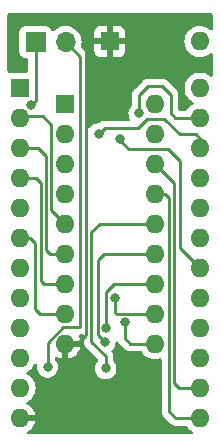
<source format=gbr>
%TF.GenerationSoftware,KiCad,Pcbnew,7.0.6*%
%TF.CreationDate,2023-09-04T21:12:20+01:00*%
%TF.ProjectId,TRSG3Mod,54525347-334d-46f6-942e-6b696361645f,rev?*%
%TF.SameCoordinates,Original*%
%TF.FileFunction,Copper,L2,Bot*%
%TF.FilePolarity,Positive*%
%FSLAX46Y46*%
G04 Gerber Fmt 4.6, Leading zero omitted, Abs format (unit mm)*
G04 Created by KiCad (PCBNEW 7.0.6) date 2023-09-04 21:12:20*
%MOMM*%
%LPD*%
G01*
G04 APERTURE LIST*
%TA.AperFunction,ComponentPad*%
%ADD10R,1.600000X1.600000*%
%TD*%
%TA.AperFunction,ComponentPad*%
%ADD11O,1.600000X1.600000*%
%TD*%
%TA.AperFunction,ComponentPad*%
%ADD12R,1.700000X1.700000*%
%TD*%
%TA.AperFunction,ComponentPad*%
%ADD13O,1.700000X1.700000*%
%TD*%
%TA.AperFunction,ViaPad*%
%ADD14C,0.800000*%
%TD*%
%TA.AperFunction,Conductor*%
%ADD15C,0.250000*%
%TD*%
%TA.AperFunction,Conductor*%
%ADD16C,0.381000*%
%TD*%
G04 APERTURE END LIST*
D10*
%TO.P,J1,1,Pin_1*%
%TO.N,/I6*%
X111793750Y-58050000D03*
D11*
%TO.P,J1,2,Pin_2*%
%TO.N,/I5*%
X111793750Y-60590000D03*
%TO.P,J1,3,Pin_3*%
%TO.N,/I4*%
X111793750Y-63130000D03*
%TO.P,J1,4,Pin_4*%
%TO.N,/I3*%
X111793750Y-65670000D03*
%TO.P,J1,5,Pin_5*%
%TO.N,/I2*%
X111793750Y-68210000D03*
%TO.P,J1,6,Pin_6*%
%TO.N,/I1*%
X111793750Y-70750000D03*
%TO.P,J1,7,Pin_7*%
%TO.N,/I0*%
X111793750Y-73290000D03*
%TO.P,J1,8,Pin_8*%
%TO.N,RS3*%
X111793750Y-75830000D03*
%TO.P,J1,9,Pin_9*%
%TO.N,GND*%
X111793750Y-78370000D03*
%TO.P,J1,10,Pin_10*%
%TO.N,RS2*%
X119413750Y-78370000D03*
%TO.P,J1,11,Pin_11*%
%TO.N,RS1*%
X119413750Y-75830000D03*
%TO.P,J1,12,Pin_12*%
%TO.N,/O0*%
X119413750Y-73290000D03*
%TO.P,J1,13,Pin_13*%
%TO.N,/O1*%
X119413750Y-70750000D03*
%TO.P,J1,14,Pin_14*%
%TO.N,/O2*%
X119413750Y-68210000D03*
%TO.P,J1,15,Pin_15*%
%TO.N,/O3*%
X119413750Y-65670000D03*
%TO.P,J1,16,Pin_16*%
%TO.N,/O4*%
X119413750Y-63130000D03*
%TO.P,J1,17,Pin_17*%
%TO.N,CS*%
X119413750Y-60590000D03*
%TO.P,J1,18,Pin_18*%
%TO.N,+5V*%
X119413750Y-58050000D03*
%TD*%
D10*
%TO.P,SW1,1*%
%TO.N,GND*%
X115575000Y-52775000D03*
D11*
%TO.P,SW1,2*%
%TO.N,Net-(U1-A11)*%
X123195000Y-52775000D03*
%TD*%
D12*
%TO.P,J2,1,Pin_1*%
%TO.N,Z12p11*%
X109285000Y-52825000D03*
D13*
%TO.P,J2,2,Pin_2*%
%TO.N,Z10p14*%
X111825000Y-52825000D03*
%TD*%
D10*
%TO.P,U1,1,A7*%
%TO.N,/I3*%
X107975000Y-56725000D03*
D11*
%TO.P,U1,2,A6*%
%TO.N,/I2*%
X107975000Y-59265000D03*
%TO.P,U1,3,A5*%
%TO.N,/I1*%
X107975000Y-61805000D03*
%TO.P,U1,4,A4*%
%TO.N,/I0*%
X107975000Y-64345000D03*
%TO.P,U1,5,A3*%
%TO.N,Z12p11*%
X107975000Y-66885000D03*
%TO.P,U1,6,A2*%
%TO.N,RS3*%
X107975000Y-69425000D03*
%TO.P,U1,7,A1*%
%TO.N,RS2*%
X107975000Y-71965000D03*
%TO.P,U1,8,A0*%
%TO.N,RS1*%
X107975000Y-74505000D03*
%TO.P,U1,9,D0*%
%TO.N,/O0*%
X107975000Y-77045000D03*
%TO.P,U1,10,D1*%
%TO.N,/O1*%
X107975000Y-79585000D03*
%TO.P,U1,11,D2*%
%TO.N,/O2*%
X107975000Y-82125000D03*
%TO.P,U1,12,GND*%
%TO.N,GND*%
X107975000Y-84665000D03*
%TO.P,U1,13,D3*%
%TO.N,/O3*%
X123215000Y-84665000D03*
%TO.P,U1,14,D4*%
%TO.N,/O4*%
X123215000Y-82125000D03*
%TO.P,U1,15,D5*%
%TO.N,Z10p14*%
X123215000Y-79585000D03*
%TO.P,U1,16,D6*%
%TO.N,unconnected-(U1-D6-Pad16)*%
X123215000Y-77045000D03*
%TO.P,U1,17,D7*%
%TO.N,unconnected-(U1-D7-Pad17)*%
X123215000Y-74505000D03*
%TO.P,U1,18,A11*%
%TO.N,Net-(U1-A11)*%
X123215000Y-71965000D03*
%TO.P,U1,19,A10*%
%TO.N,/I6*%
X123215000Y-69425000D03*
%TO.P,U1,20,~{OE}*%
%TO.N,CS*%
X123215000Y-66885000D03*
%TO.P,U1,21,VPP*%
%TO.N,+5V*%
X123215000Y-64345000D03*
%TO.P,U1,22,A9*%
%TO.N,/I5*%
X123215000Y-61805000D03*
%TO.P,U1,23,A8*%
%TO.N,/I4*%
X123215000Y-59265000D03*
%TO.P,U1,24,VCC*%
%TO.N,+5V*%
X123215000Y-56725000D03*
%TD*%
D14*
%TO.N,/I5*%
X114650000Y-60600000D03*
%TO.N,/I4*%
X118068250Y-58850530D03*
%TO.N,Net-(U1-A11)*%
X116475000Y-61000000D03*
%TO.N,Z10p14*%
X110300000Y-80350000D03*
%TO.N,Z12p11*%
X108925500Y-58150000D03*
%TO.N,RS2*%
X116825000Y-76554500D03*
%TO.N,RS1*%
X115998500Y-74505000D03*
%TO.N,/O0*%
X115274000Y-77025000D03*
%TO.N,/O1*%
X115150000Y-78225000D03*
%TO.N,/O2*%
X115225000Y-80450000D03*
%TD*%
D15*
%TO.N,Net-(U1-A11)*%
X117175000Y-61875000D02*
X120475000Y-61875000D01*
X120475000Y-61875000D02*
X121500000Y-62900000D01*
X121500000Y-70250000D02*
X123215000Y-71965000D01*
X116475000Y-61175000D02*
X117175000Y-61875000D01*
X121500000Y-62900000D02*
X121500000Y-70250000D01*
X116475000Y-61000000D02*
X116475000Y-61175000D01*
%TO.N,/I5*%
X122850000Y-60650000D02*
X123215000Y-61015000D01*
X121500000Y-60650000D02*
X122850000Y-60650000D01*
X117950991Y-60124009D02*
X118750000Y-59325000D01*
X115125991Y-60124009D02*
X117950991Y-60124009D01*
X120175000Y-59325000D02*
X121500000Y-60650000D01*
X114650000Y-60600000D02*
X115125991Y-60124009D01*
X118750000Y-59325000D02*
X120175000Y-59325000D01*
X123215000Y-61015000D02*
X123215000Y-61805000D01*
%TO.N,/I4*%
X121115000Y-59265000D02*
X123215000Y-59265000D01*
X120725000Y-58875000D02*
X121115000Y-59265000D01*
X120000000Y-56575000D02*
X120725000Y-57300000D01*
X118825000Y-56575000D02*
X120000000Y-56575000D01*
X118068250Y-57331750D02*
X118825000Y-56575000D01*
X120725000Y-57300000D02*
X120725000Y-58875000D01*
X118068250Y-58850530D02*
X118068250Y-57331750D01*
%TO.N,/O4*%
X121050000Y-64766250D02*
X119413750Y-63130000D01*
X121050000Y-81700000D02*
X121050000Y-64766250D01*
X121475000Y-82125000D02*
X121050000Y-81700000D01*
X123215000Y-82125000D02*
X121475000Y-82125000D01*
%TO.N,/O3*%
X120245000Y-65670000D02*
X119413750Y-65670000D01*
X120600000Y-66025000D02*
X120245000Y-65670000D01*
X120600000Y-84125000D02*
X120600000Y-66025000D01*
X121140000Y-84665000D02*
X120600000Y-84125000D01*
X123215000Y-84665000D02*
X121140000Y-84665000D01*
%TO.N,/O2*%
X114025000Y-78250000D02*
X114025000Y-68925000D01*
X114025000Y-68925000D02*
X114740000Y-68210000D01*
X115225000Y-79450000D02*
X114025000Y-78250000D01*
X114740000Y-68210000D02*
X119413750Y-68210000D01*
X115225000Y-80450000D02*
X115225000Y-79450000D01*
%TO.N,/O1*%
X115125000Y-70750000D02*
X119413750Y-70750000D01*
X114549500Y-71325500D02*
X115125000Y-70750000D01*
X114549500Y-77624500D02*
X114549500Y-71325500D01*
X115150000Y-78225000D02*
X114549500Y-77624500D01*
%TO.N,Z10p14*%
X110300000Y-78272759D02*
X110300000Y-80350000D01*
X111617759Y-76955000D02*
X110300000Y-78272759D01*
X113075000Y-76925000D02*
X113045000Y-76955000D01*
X113075000Y-54075000D02*
X113075000Y-76925000D01*
X113045000Y-76955000D02*
X111617759Y-76955000D01*
X111825000Y-52825000D02*
X113075000Y-54075000D01*
%TO.N,GND*%
X113525000Y-77650000D02*
X112805000Y-78370000D01*
X113525000Y-53300000D02*
X113525000Y-77650000D01*
X114050000Y-52775000D02*
X113525000Y-53300000D01*
X112805000Y-78370000D02*
X111793750Y-78370000D01*
X115575000Y-52775000D02*
X114050000Y-52775000D01*
%TO.N,Z12p11*%
X109285000Y-57790500D02*
X109285000Y-52825000D01*
X108925500Y-58150000D02*
X109285000Y-57790500D01*
%TO.N,/I2*%
X108140000Y-59100000D02*
X107975000Y-59265000D01*
X110630000Y-59830000D02*
X109900000Y-59100000D01*
X109900000Y-59100000D02*
X108140000Y-59100000D01*
X110630000Y-67046250D02*
X110630000Y-59830000D01*
X111793750Y-68210000D02*
X110630000Y-67046250D01*
%TO.N,/I1*%
X109530000Y-61805000D02*
X107975000Y-61805000D01*
X110180000Y-62455000D02*
X109530000Y-61805000D01*
X110180000Y-70405000D02*
X110180000Y-62455000D01*
X110525000Y-70750000D02*
X110180000Y-70405000D01*
X111793750Y-70750000D02*
X110525000Y-70750000D01*
%TO.N,/I0*%
X109295000Y-64345000D02*
X107975000Y-64345000D01*
X109730000Y-64780000D02*
X109295000Y-64345000D01*
X109995000Y-73290000D02*
X109730000Y-73025000D01*
X109730000Y-73025000D02*
X109730000Y-64780000D01*
X111793750Y-73290000D02*
X109995000Y-73290000D01*
%TO.N,RS3*%
X108850000Y-69425000D02*
X107975000Y-69425000D01*
X109280000Y-69855000D02*
X108850000Y-69425000D01*
X109280000Y-75405000D02*
X109280000Y-69855000D01*
X109705000Y-75830000D02*
X109280000Y-75405000D01*
X111793750Y-75830000D02*
X109705000Y-75830000D01*
%TO.N,RS2*%
X117295000Y-78370000D02*
X119413750Y-78370000D01*
X116825000Y-77900000D02*
X117295000Y-78370000D01*
X116825000Y-76554500D02*
X116825000Y-77900000D01*
%TO.N,RS1*%
X116130000Y-75830000D02*
X119413750Y-75830000D01*
X115998500Y-74505000D02*
X115998500Y-75698500D01*
X115998500Y-75698500D02*
X116130000Y-75830000D01*
%TO.N,/O0*%
X115274000Y-73976000D02*
X115960000Y-73290000D01*
X115274000Y-77025000D02*
X115274000Y-73976000D01*
X115960000Y-73290000D02*
X119413750Y-73290000D01*
D16*
%TO.N,GND*%
X111793750Y-84181250D02*
X111793750Y-78370000D01*
X111310000Y-84665000D02*
X111793750Y-84181250D01*
X107975000Y-84665000D02*
X111310000Y-84665000D01*
%TD*%
%TA.AperFunction,Conductor*%
%TO.N,GND*%
G36*
X113353410Y-77592199D02*
G01*
X113388115Y-77652840D01*
X113391500Y-77681617D01*
X113391500Y-78166366D01*
X113389761Y-78182113D01*
X113390032Y-78182139D01*
X113389298Y-78189905D01*
X113389298Y-78189908D01*
X113389298Y-78189909D01*
X113389387Y-78192729D01*
X113391500Y-78259957D01*
X113391500Y-78289859D01*
X113392384Y-78296856D01*
X113392842Y-78302679D01*
X113394326Y-78349889D01*
X113394327Y-78349891D01*
X113400022Y-78369495D01*
X113403967Y-78388542D01*
X113406526Y-78408797D01*
X113406527Y-78408800D01*
X113406528Y-78408803D01*
X113423914Y-78452716D01*
X113425806Y-78458244D01*
X113438981Y-78503592D01*
X113449372Y-78521162D01*
X113457932Y-78538635D01*
X113465447Y-78557617D01*
X113493209Y-78595827D01*
X113496416Y-78600710D01*
X113520458Y-78641362D01*
X113520462Y-78641366D01*
X113534889Y-78655793D01*
X113547526Y-78670588D01*
X113559528Y-78687107D01*
X113595931Y-78717222D01*
X113600231Y-78721135D01*
X114075503Y-79196407D01*
X114547825Y-79668729D01*
X114581310Y-79730052D01*
X114576326Y-79799744D01*
X114552295Y-79839381D01*
X114485963Y-79913050D01*
X114485958Y-79913057D01*
X114390473Y-80078443D01*
X114390470Y-80078450D01*
X114337411Y-80241750D01*
X114331458Y-80260072D01*
X114311496Y-80450000D01*
X114331458Y-80639928D01*
X114331459Y-80639931D01*
X114390470Y-80821549D01*
X114390473Y-80821556D01*
X114485960Y-80986944D01*
X114613747Y-81128866D01*
X114768248Y-81241118D01*
X114942712Y-81318794D01*
X115129513Y-81358500D01*
X115320487Y-81358500D01*
X115507288Y-81318794D01*
X115681752Y-81241118D01*
X115836253Y-81128866D01*
X115964040Y-80986944D01*
X116059527Y-80821556D01*
X116118542Y-80639928D01*
X116138504Y-80450000D01*
X116118542Y-80260072D01*
X116059527Y-80078444D01*
X115964040Y-79913056D01*
X115964036Y-79913050D01*
X115890350Y-79831213D01*
X115860120Y-79768221D01*
X115858500Y-79748241D01*
X115858500Y-79533631D01*
X115860238Y-79517881D01*
X115859968Y-79517856D01*
X115860701Y-79510094D01*
X115860702Y-79510091D01*
X115858500Y-79440041D01*
X115858500Y-79410144D01*
X115857614Y-79403136D01*
X115857156Y-79397314D01*
X115855673Y-79350110D01*
X115855672Y-79350108D01*
X115849979Y-79330514D01*
X115846032Y-79311457D01*
X115843474Y-79291203D01*
X115826084Y-79247284D01*
X115824193Y-79241757D01*
X115811018Y-79196408D01*
X115811018Y-79196407D01*
X115800624Y-79178832D01*
X115792064Y-79161356D01*
X115784554Y-79142388D01*
X115784554Y-79142387D01*
X115784553Y-79142385D01*
X115784552Y-79142383D01*
X115756789Y-79104171D01*
X115753583Y-79099290D01*
X115732484Y-79063612D01*
X115715303Y-78995888D01*
X115737463Y-78929625D01*
X115757436Y-78909327D01*
X115756429Y-78908209D01*
X115761250Y-78903868D01*
X115761253Y-78903866D01*
X115767958Y-78896420D01*
X115807729Y-78852249D01*
X115889040Y-78761944D01*
X115984527Y-78596556D01*
X116043542Y-78414928D01*
X116056856Y-78288247D01*
X116083439Y-78223636D01*
X116140736Y-78183651D01*
X116210555Y-78180991D01*
X116270729Y-78216500D01*
X116280494Y-78228326D01*
X116293209Y-78245827D01*
X116296416Y-78250710D01*
X116320458Y-78291362D01*
X116320462Y-78291366D01*
X116334889Y-78305793D01*
X116347526Y-78320588D01*
X116359528Y-78337107D01*
X116395931Y-78367222D01*
X116400231Y-78371135D01*
X116600546Y-78571450D01*
X116787910Y-78758814D01*
X116797816Y-78771178D01*
X116798026Y-78771005D01*
X116803001Y-78777019D01*
X116854094Y-78824999D01*
X116875225Y-78846129D01*
X116875230Y-78846134D01*
X116880802Y-78850456D01*
X116885242Y-78854249D01*
X116919678Y-78886586D01*
X116937567Y-78896420D01*
X116953831Y-78907103D01*
X116956699Y-78909327D01*
X116969959Y-78919613D01*
X117013298Y-78938367D01*
X117018545Y-78940937D01*
X117059940Y-78963695D01*
X117079718Y-78968773D01*
X117098121Y-78975074D01*
X117116852Y-78983180D01*
X117116853Y-78983180D01*
X117116855Y-78983181D01*
X117144250Y-78987519D01*
X117163497Y-78990568D01*
X117169213Y-78991751D01*
X117214970Y-79003500D01*
X117235390Y-79003500D01*
X117254789Y-79005027D01*
X117274941Y-79008218D01*
X117274942Y-79008219D01*
X117274942Y-79008218D01*
X117274943Y-79008219D01*
X117321958Y-79003775D01*
X117327796Y-79003500D01*
X118195398Y-79003500D01*
X118262437Y-79023185D01*
X118296970Y-79056373D01*
X118407552Y-79214300D01*
X118569450Y-79376198D01*
X118757001Y-79507523D01*
X118861000Y-79556018D01*
X118964500Y-79604281D01*
X118964502Y-79604281D01*
X118964507Y-79604284D01*
X119185663Y-79663543D01*
X119348582Y-79677796D01*
X119413748Y-79683498D01*
X119413750Y-79683498D01*
X119413752Y-79683498D01*
X119470771Y-79678509D01*
X119641837Y-79663543D01*
X119810408Y-79618374D01*
X119880255Y-79620037D01*
X119938117Y-79659199D01*
X119965622Y-79723427D01*
X119966499Y-79738149D01*
X119966499Y-84041373D01*
X119964761Y-84057119D01*
X119965031Y-84057145D01*
X119964297Y-84064904D01*
X119966500Y-84134957D01*
X119966500Y-84164859D01*
X119967384Y-84171856D01*
X119967842Y-84177679D01*
X119969326Y-84224889D01*
X119969327Y-84224891D01*
X119975022Y-84244495D01*
X119978967Y-84263542D01*
X119981526Y-84283797D01*
X119981527Y-84283800D01*
X119981528Y-84283803D01*
X119998914Y-84327716D01*
X120000806Y-84333244D01*
X120013981Y-84378592D01*
X120024372Y-84396162D01*
X120032932Y-84413635D01*
X120040447Y-84432617D01*
X120068209Y-84470827D01*
X120071416Y-84475710D01*
X120095458Y-84516362D01*
X120095462Y-84516366D01*
X120109889Y-84530793D01*
X120122526Y-84545588D01*
X120134528Y-84562107D01*
X120170931Y-84592222D01*
X120175231Y-84596135D01*
X120421607Y-84842511D01*
X120632910Y-85053814D01*
X120642816Y-85066178D01*
X120643026Y-85066005D01*
X120648001Y-85072019D01*
X120699094Y-85119999D01*
X120720225Y-85141129D01*
X120720230Y-85141134D01*
X120725802Y-85145456D01*
X120730242Y-85149249D01*
X120764678Y-85181586D01*
X120782567Y-85191420D01*
X120798833Y-85202104D01*
X120814959Y-85214613D01*
X120858298Y-85233367D01*
X120863545Y-85235937D01*
X120904940Y-85258695D01*
X120924718Y-85263773D01*
X120943119Y-85270073D01*
X120961855Y-85278181D01*
X121006362Y-85285229D01*
X121008503Y-85285569D01*
X121014212Y-85286751D01*
X121059970Y-85298500D01*
X121080384Y-85298500D01*
X121099783Y-85300027D01*
X121119943Y-85303220D01*
X121166965Y-85298775D01*
X121172804Y-85298500D01*
X121996648Y-85298500D01*
X122063687Y-85318185D01*
X122098220Y-85351373D01*
X122208802Y-85509300D01*
X122370700Y-85671198D01*
X122552133Y-85798239D01*
X122553113Y-85798925D01*
X122596738Y-85853503D01*
X122603930Y-85923001D01*
X122572408Y-85985356D01*
X122512178Y-86020769D01*
X122481989Y-86024500D01*
X108692984Y-86024500D01*
X108625945Y-86004815D01*
X108580190Y-85952011D01*
X108570246Y-85882853D01*
X108599271Y-85819297D01*
X108623680Y-85799141D01*
X108623048Y-85798239D01*
X108813820Y-85664657D01*
X108974657Y-85503820D01*
X109105134Y-85317482D01*
X109201265Y-85111326D01*
X109201269Y-85111317D01*
X109253872Y-84915000D01*
X108290686Y-84915000D01*
X108302641Y-84903045D01*
X108360165Y-84790148D01*
X108379986Y-84665000D01*
X108360165Y-84539852D01*
X108302641Y-84426955D01*
X108290686Y-84415000D01*
X109253872Y-84415000D01*
X109253872Y-84414999D01*
X109201269Y-84218682D01*
X109201265Y-84218673D01*
X109105134Y-84012517D01*
X108974657Y-83826179D01*
X108813820Y-83665342D01*
X108627481Y-83534865D01*
X108627479Y-83534864D01*
X108578599Y-83512071D01*
X108526159Y-83465899D01*
X108507007Y-83398706D01*
X108527223Y-83331824D01*
X108578599Y-83287307D01*
X108631749Y-83262523D01*
X108819300Y-83131198D01*
X108981198Y-82969300D01*
X109112523Y-82781749D01*
X109209284Y-82574243D01*
X109268543Y-82353087D01*
X109288498Y-82125000D01*
X109268543Y-81896913D01*
X109209284Y-81675757D01*
X109112523Y-81468251D01*
X108981198Y-81280700D01*
X108819300Y-81118802D01*
X108631749Y-80987477D01*
X108588655Y-80967382D01*
X108536215Y-80921210D01*
X108517063Y-80854017D01*
X108537278Y-80787136D01*
X108588655Y-80742618D01*
X108591882Y-80741112D01*
X108631749Y-80722523D01*
X108819300Y-80591198D01*
X108981198Y-80429300D01*
X109112523Y-80241749D01*
X109167750Y-80123311D01*
X109213919Y-80070877D01*
X109281113Y-80051724D01*
X109347994Y-80071939D01*
X109393329Y-80125104D01*
X109403451Y-80188681D01*
X109397873Y-80241750D01*
X109386496Y-80350000D01*
X109406458Y-80539928D01*
X109406459Y-80539931D01*
X109465470Y-80721549D01*
X109465473Y-80721556D01*
X109560960Y-80886944D01*
X109688747Y-81028866D01*
X109843248Y-81141118D01*
X110017712Y-81218794D01*
X110204513Y-81258500D01*
X110395487Y-81258500D01*
X110582288Y-81218794D01*
X110756752Y-81141118D01*
X110911253Y-81028866D01*
X111039040Y-80886944D01*
X111134527Y-80721556D01*
X111193542Y-80539928D01*
X111213504Y-80350000D01*
X111193542Y-80160072D01*
X111134527Y-79978444D01*
X111054239Y-79839381D01*
X111039041Y-79813057D01*
X111039036Y-79813050D01*
X110965349Y-79731213D01*
X110935119Y-79668222D01*
X110933500Y-79648253D01*
X110933500Y-79592851D01*
X110953184Y-79525816D01*
X111005988Y-79480061D01*
X111075146Y-79470117D01*
X111128623Y-79491281D01*
X111141260Y-79500129D01*
X111141266Y-79500133D01*
X111347423Y-79596265D01*
X111347432Y-79596269D01*
X111543749Y-79648872D01*
X111543750Y-79648871D01*
X111543750Y-78685686D01*
X111555705Y-78697641D01*
X111668602Y-78755165D01*
X111762269Y-78770000D01*
X111825231Y-78770000D01*
X111918898Y-78755165D01*
X112031795Y-78697641D01*
X112043749Y-78685686D01*
X112043750Y-79648872D01*
X112240067Y-79596269D01*
X112240076Y-79596265D01*
X112446232Y-79500134D01*
X112632570Y-79369657D01*
X112793407Y-79208820D01*
X112923884Y-79022482D01*
X113020015Y-78816326D01*
X113020019Y-78816317D01*
X113072622Y-78620000D01*
X112109436Y-78620000D01*
X112121391Y-78608045D01*
X112178915Y-78495148D01*
X112198736Y-78370000D01*
X112178915Y-78244852D01*
X112121391Y-78131955D01*
X112109436Y-78120000D01*
X113072622Y-78120000D01*
X113072622Y-78119999D01*
X113020019Y-77923682D01*
X113020015Y-77923673D01*
X112945981Y-77764905D01*
X112935489Y-77695827D01*
X112964009Y-77632043D01*
X113022485Y-77593804D01*
X113058363Y-77588500D01*
X113084857Y-77588500D01*
X113086222Y-77588327D01*
X113091862Y-77587614D01*
X113097685Y-77587156D01*
X113127065Y-77586233D01*
X113144890Y-77585673D01*
X113154681Y-77582827D01*
X113164481Y-77579980D01*
X113183538Y-77576032D01*
X113203797Y-77573474D01*
X113221853Y-77566324D01*
X113291429Y-77559948D01*
X113353410Y-77592199D01*
G37*
%TD.AperFunction*%
%TA.AperFunction,Conductor*%
G36*
X124217539Y-50395185D02*
G01*
X124263294Y-50447989D01*
X124274500Y-50499500D01*
X124274500Y-51704640D01*
X124254815Y-51771679D01*
X124202011Y-51817434D01*
X124132853Y-51827378D01*
X124069297Y-51798353D01*
X124062819Y-51792321D01*
X124039304Y-51768806D01*
X124039304Y-51768805D01*
X124039300Y-51768802D01*
X123851749Y-51637477D01*
X123851745Y-51637475D01*
X123644249Y-51540718D01*
X123644238Y-51540714D01*
X123423089Y-51481457D01*
X123423081Y-51481456D01*
X123195002Y-51461502D01*
X123194998Y-51461502D01*
X122966918Y-51481456D01*
X122966910Y-51481457D01*
X122745761Y-51540714D01*
X122745750Y-51540718D01*
X122538254Y-51637475D01*
X122538252Y-51637476D01*
X122538249Y-51637477D01*
X122538251Y-51637477D01*
X122350700Y-51768802D01*
X122350698Y-51768803D01*
X122350695Y-51768806D01*
X122188806Y-51930695D01*
X122188803Y-51930698D01*
X122188802Y-51930700D01*
X122115501Y-52035385D01*
X122057476Y-52118252D01*
X122057475Y-52118254D01*
X121960718Y-52325750D01*
X121960714Y-52325761D01*
X121901457Y-52546910D01*
X121901456Y-52546918D01*
X121881502Y-52774998D01*
X121881502Y-52775001D01*
X121901456Y-53003081D01*
X121901457Y-53003089D01*
X121960714Y-53224238D01*
X121960718Y-53224249D01*
X121985857Y-53278159D01*
X122057477Y-53431749D01*
X122188802Y-53619300D01*
X122350700Y-53781198D01*
X122538251Y-53912523D01*
X122630433Y-53955508D01*
X122745750Y-54009281D01*
X122745752Y-54009281D01*
X122745757Y-54009284D01*
X122966913Y-54068543D01*
X123129832Y-54082796D01*
X123194998Y-54088498D01*
X123195000Y-54088498D01*
X123195002Y-54088498D01*
X123252021Y-54083509D01*
X123423087Y-54068543D01*
X123644243Y-54009284D01*
X123851749Y-53912523D01*
X124039300Y-53781198D01*
X124062818Y-53757678D01*
X124124142Y-53724194D01*
X124193834Y-53729178D01*
X124249767Y-53771050D01*
X124274184Y-53836514D01*
X124274500Y-53845360D01*
X124274500Y-55634640D01*
X124254815Y-55701679D01*
X124202011Y-55747434D01*
X124132853Y-55757378D01*
X124069297Y-55728353D01*
X124062819Y-55722321D01*
X124059304Y-55718806D01*
X124059300Y-55718802D01*
X123871749Y-55587477D01*
X123871745Y-55587475D01*
X123664249Y-55490718D01*
X123664238Y-55490714D01*
X123443089Y-55431457D01*
X123443081Y-55431456D01*
X123215002Y-55411502D01*
X123214998Y-55411502D01*
X122986918Y-55431456D01*
X122986910Y-55431457D01*
X122765761Y-55490714D01*
X122765750Y-55490718D01*
X122558254Y-55587475D01*
X122558252Y-55587476D01*
X122558249Y-55587477D01*
X122558251Y-55587477D01*
X122370700Y-55718802D01*
X122370698Y-55718803D01*
X122370695Y-55718806D01*
X122208806Y-55880695D01*
X122208803Y-55880698D01*
X122208802Y-55880700D01*
X122152002Y-55961819D01*
X122077476Y-56068252D01*
X122077475Y-56068254D01*
X121980718Y-56275750D01*
X121980714Y-56275761D01*
X121921457Y-56496910D01*
X121921456Y-56496918D01*
X121901502Y-56724998D01*
X121901502Y-56725001D01*
X121921456Y-56953081D01*
X121921457Y-56953089D01*
X121980714Y-57174238D01*
X121980718Y-57174249D01*
X122067378Y-57360091D01*
X122077477Y-57381749D01*
X122208802Y-57569300D01*
X122370700Y-57731198D01*
X122526595Y-57840357D01*
X122558251Y-57862523D01*
X122601345Y-57882618D01*
X122653784Y-57928791D01*
X122672936Y-57995984D01*
X122652720Y-58062865D01*
X122601345Y-58107382D01*
X122558251Y-58127476D01*
X122459860Y-58196371D01*
X122370700Y-58258802D01*
X122370698Y-58258803D01*
X122370695Y-58258806D01*
X122208806Y-58420695D01*
X122208803Y-58420698D01*
X122208802Y-58420700D01*
X122098220Y-58578625D01*
X122043646Y-58622249D01*
X121996648Y-58631500D01*
X121482500Y-58631500D01*
X121415461Y-58611815D01*
X121369706Y-58559011D01*
X121358500Y-58507500D01*
X121358500Y-57383631D01*
X121360239Y-57367879D01*
X121359968Y-57367854D01*
X121360700Y-57360098D01*
X121360702Y-57360091D01*
X121358500Y-57290028D01*
X121358500Y-57260144D01*
X121357614Y-57253141D01*
X121357157Y-57247322D01*
X121355674Y-57200111D01*
X121349976Y-57180499D01*
X121346033Y-57161466D01*
X121343474Y-57141203D01*
X121326085Y-57097286D01*
X121324196Y-57091766D01*
X121311018Y-57046407D01*
X121300626Y-57028835D01*
X121292066Y-57011362D01*
X121290223Y-57006707D01*
X121284552Y-56992383D01*
X121256794Y-56954179D01*
X121253587Y-56949296D01*
X121243873Y-56932871D01*
X121229542Y-56908638D01*
X121215108Y-56894204D01*
X121202471Y-56879409D01*
X121190472Y-56862893D01*
X121190470Y-56862890D01*
X121154073Y-56832781D01*
X121149751Y-56828847D01*
X120507091Y-56186187D01*
X120497188Y-56173825D01*
X120496978Y-56174000D01*
X120492003Y-56167988D01*
X120492000Y-56167982D01*
X120467316Y-56144802D01*
X120440921Y-56120015D01*
X120419768Y-56098863D01*
X120417792Y-56097331D01*
X120414183Y-56094531D01*
X120409750Y-56090744D01*
X120375321Y-56058414D01*
X120375319Y-56058412D01*
X120357431Y-56048578D01*
X120341170Y-56037897D01*
X120325039Y-56025384D01*
X120281693Y-56006627D01*
X120276445Y-56004056D01*
X120249024Y-55988982D01*
X120235060Y-55981305D01*
X120231660Y-55980432D01*
X120215287Y-55976228D01*
X120196881Y-55969926D01*
X120178144Y-55961818D01*
X120178146Y-55961818D01*
X120131496Y-55954430D01*
X120125781Y-55953246D01*
X120105612Y-55948068D01*
X120080032Y-55941500D01*
X120080030Y-55941500D01*
X120059616Y-55941500D01*
X120040217Y-55939973D01*
X120020058Y-55936780D01*
X120020057Y-55936780D01*
X119973034Y-55941225D01*
X119967196Y-55941500D01*
X118908634Y-55941500D01*
X118892886Y-55939761D01*
X118892861Y-55940032D01*
X118885094Y-55939298D01*
X118885091Y-55939298D01*
X118815042Y-55941500D01*
X118785137Y-55941500D01*
X118778143Y-55942384D01*
X118772320Y-55942842D01*
X118725111Y-55944326D01*
X118725108Y-55944327D01*
X118705505Y-55950022D01*
X118686459Y-55953966D01*
X118666203Y-55956526D01*
X118666201Y-55956526D01*
X118666199Y-55956527D01*
X118622282Y-55973914D01*
X118616756Y-55975806D01*
X118571406Y-55988982D01*
X118553831Y-55999375D01*
X118536373Y-56007928D01*
X118517383Y-56015448D01*
X118479172Y-56043208D01*
X118474290Y-56046415D01*
X118433637Y-56070457D01*
X118419201Y-56084894D01*
X118404415Y-56097523D01*
X118387893Y-56109528D01*
X118387891Y-56109529D01*
X118387891Y-56109530D01*
X118387888Y-56109532D01*
X118357780Y-56145925D01*
X118353849Y-56150246D01*
X117679432Y-56824662D01*
X117667070Y-56834566D01*
X117667244Y-56834776D01*
X117661235Y-56839747D01*
X117613265Y-56890829D01*
X117592122Y-56911972D01*
X117592107Y-56911989D01*
X117587781Y-56917564D01*
X117583997Y-56921994D01*
X117551669Y-56956421D01*
X117551662Y-56956431D01*
X117541829Y-56974317D01*
X117531153Y-56990570D01*
X117518636Y-57006707D01*
X117518635Y-57006709D01*
X117499875Y-57050060D01*
X117497305Y-57055306D01*
X117474553Y-57096691D01*
X117474553Y-57096692D01*
X117469475Y-57116470D01*
X117463175Y-57134872D01*
X117455068Y-57153607D01*
X117447681Y-57200245D01*
X117446496Y-57205966D01*
X117434750Y-57251715D01*
X117434750Y-57272134D01*
X117433223Y-57291533D01*
X117430030Y-57311691D01*
X117430030Y-57311692D01*
X117434475Y-57358716D01*
X117434750Y-57364554D01*
X117434750Y-58148771D01*
X117415065Y-58215810D01*
X117402900Y-58231743D01*
X117329213Y-58313580D01*
X117329208Y-58313587D01*
X117233723Y-58478973D01*
X117233720Y-58478980D01*
X117174709Y-58660598D01*
X117174708Y-58660602D01*
X117154746Y-58850530D01*
X117174708Y-59040458D01*
X117174709Y-59040461D01*
X117233720Y-59222079D01*
X117233723Y-59222086D01*
X117281310Y-59304509D01*
X117297783Y-59372409D01*
X117274930Y-59438436D01*
X117220009Y-59481627D01*
X117173923Y-59490509D01*
X115209622Y-59490509D01*
X115193870Y-59488769D01*
X115193845Y-59489041D01*
X115186083Y-59488307D01*
X115186082Y-59488307D01*
X115116019Y-59490509D01*
X115086135Y-59490509D01*
X115086132Y-59490509D01*
X115086120Y-59490510D01*
X115079128Y-59491393D01*
X115073311Y-59491850D01*
X115026105Y-59493334D01*
X115026098Y-59493335D01*
X115006491Y-59499031D01*
X114987452Y-59502974D01*
X114967202Y-59505533D01*
X114967192Y-59505535D01*
X114923282Y-59522920D01*
X114917756Y-59524812D01*
X114872403Y-59537988D01*
X114872398Y-59537990D01*
X114854824Y-59548383D01*
X114837363Y-59556937D01*
X114818377Y-59564455D01*
X114818375Y-59564456D01*
X114780163Y-59592217D01*
X114775281Y-59595424D01*
X114734630Y-59619465D01*
X114720190Y-59633905D01*
X114705403Y-59646534D01*
X114682575Y-59663121D01*
X114681677Y-59661885D01*
X114627220Y-59689435D01*
X114604686Y-59691500D01*
X114554513Y-59691500D01*
X114367714Y-59731205D01*
X114193246Y-59808883D01*
X114038745Y-59921135D01*
X113924650Y-60047851D01*
X113865163Y-60084500D01*
X113795306Y-60083169D01*
X113737258Y-60044283D01*
X113709448Y-59980186D01*
X113708500Y-59964879D01*
X113708500Y-54158631D01*
X113710239Y-54142879D01*
X113709968Y-54142854D01*
X113710700Y-54135098D01*
X113710702Y-54135091D01*
X113708500Y-54065028D01*
X113708500Y-54035144D01*
X113707614Y-54028141D01*
X113707157Y-54022322D01*
X113707032Y-54018350D01*
X113705674Y-53975111D01*
X113699976Y-53955499D01*
X113696033Y-53936466D01*
X113693474Y-53916203D01*
X113676085Y-53872286D01*
X113674196Y-53866766D01*
X113661018Y-53821407D01*
X113650626Y-53803835D01*
X113642066Y-53786362D01*
X113634552Y-53767383D01*
X113606794Y-53729178D01*
X113603587Y-53724296D01*
X113593873Y-53707871D01*
X113579542Y-53683638D01*
X113565108Y-53669204D01*
X113552471Y-53654409D01*
X113540472Y-53637893D01*
X113540470Y-53637890D01*
X113504073Y-53607781D01*
X113499751Y-53603847D01*
X113174063Y-53278159D01*
X113140578Y-53216836D01*
X113141539Y-53160037D01*
X113169561Y-53049380D01*
X113169561Y-53049379D01*
X113169564Y-53049368D01*
X113188156Y-52825000D01*
X113169564Y-52600632D01*
X113150411Y-52524999D01*
X114274999Y-52524999D01*
X114275000Y-52525000D01*
X115259314Y-52525000D01*
X115247359Y-52536955D01*
X115189835Y-52649852D01*
X115170014Y-52775000D01*
X115189835Y-52900148D01*
X115247359Y-53013045D01*
X115259314Y-53025000D01*
X114275000Y-53025000D01*
X114275000Y-53622844D01*
X114281401Y-53682372D01*
X114281403Y-53682379D01*
X114331645Y-53817086D01*
X114331649Y-53817093D01*
X114417809Y-53932187D01*
X114417812Y-53932190D01*
X114532906Y-54018350D01*
X114532913Y-54018354D01*
X114667620Y-54068596D01*
X114667627Y-54068598D01*
X114727155Y-54074999D01*
X114727172Y-54075000D01*
X115325000Y-54075000D01*
X115325000Y-53090686D01*
X115336955Y-53102641D01*
X115449852Y-53160165D01*
X115543519Y-53175000D01*
X115606481Y-53175000D01*
X115700148Y-53160165D01*
X115813045Y-53102641D01*
X115824999Y-53090686D01*
X115824999Y-54074999D01*
X115825000Y-54075000D01*
X116422828Y-54075000D01*
X116422844Y-54074999D01*
X116482372Y-54068598D01*
X116482379Y-54068596D01*
X116617086Y-54018354D01*
X116617093Y-54018350D01*
X116732187Y-53932190D01*
X116732190Y-53932187D01*
X116818350Y-53817093D01*
X116818354Y-53817086D01*
X116868596Y-53682379D01*
X116868598Y-53682372D01*
X116874999Y-53622844D01*
X116875000Y-53622827D01*
X116875000Y-53025000D01*
X115890686Y-53025000D01*
X115902641Y-53013045D01*
X115960165Y-52900148D01*
X115979986Y-52775000D01*
X115960165Y-52649852D01*
X115902641Y-52536955D01*
X115890686Y-52525000D01*
X116874999Y-52525000D01*
X116875000Y-51927172D01*
X116874999Y-51927155D01*
X116868598Y-51867627D01*
X116868596Y-51867620D01*
X116818354Y-51732913D01*
X116818350Y-51732906D01*
X116732190Y-51617812D01*
X116732187Y-51617809D01*
X116617093Y-51531649D01*
X116617086Y-51531645D01*
X116482379Y-51481403D01*
X116482372Y-51481401D01*
X116422844Y-51475000D01*
X115825000Y-51475000D01*
X115824999Y-52459313D01*
X115813045Y-52447359D01*
X115700148Y-52389835D01*
X115606481Y-52375000D01*
X115543519Y-52375000D01*
X115449852Y-52389835D01*
X115336955Y-52447359D01*
X115325000Y-52459314D01*
X115325000Y-51475000D01*
X114727155Y-51475000D01*
X114667627Y-51481401D01*
X114667620Y-51481403D01*
X114532913Y-51531645D01*
X114532906Y-51531649D01*
X114417812Y-51617809D01*
X114417809Y-51617812D01*
X114331649Y-51732906D01*
X114331645Y-51732913D01*
X114281403Y-51867620D01*
X114281401Y-51867627D01*
X114275000Y-51927155D01*
X114275000Y-51927172D01*
X114274999Y-52524999D01*
X113150411Y-52524999D01*
X113114296Y-52382384D01*
X113023860Y-52176209D01*
X112900722Y-51987732D01*
X112900719Y-51987729D01*
X112900715Y-51987723D01*
X112748243Y-51822097D01*
X112748238Y-51822092D01*
X112570577Y-51683812D01*
X112570572Y-51683808D01*
X112372580Y-51576661D01*
X112372577Y-51576659D01*
X112372574Y-51576658D01*
X112372571Y-51576657D01*
X112372569Y-51576656D01*
X112159637Y-51503556D01*
X111937569Y-51466500D01*
X111712431Y-51466500D01*
X111490362Y-51503556D01*
X111277430Y-51576656D01*
X111277419Y-51576661D01*
X111079427Y-51683808D01*
X111079422Y-51683812D01*
X110901761Y-51822092D01*
X110838548Y-51890760D01*
X110778661Y-51926750D01*
X110708823Y-51924649D01*
X110651207Y-51885124D01*
X110631138Y-51850110D01*
X110585889Y-51728796D01*
X110552214Y-51683812D01*
X110498261Y-51611739D01*
X110381204Y-51524111D01*
X110244203Y-51473011D01*
X110183654Y-51466500D01*
X110183638Y-51466500D01*
X108386362Y-51466500D01*
X108386345Y-51466500D01*
X108325797Y-51473011D01*
X108325795Y-51473011D01*
X108188795Y-51524111D01*
X108071739Y-51611739D01*
X107984111Y-51728795D01*
X107933011Y-51865795D01*
X107933011Y-51865797D01*
X107926500Y-51926345D01*
X107926500Y-53723654D01*
X107933011Y-53784202D01*
X107933011Y-53784204D01*
X107955822Y-53845360D01*
X107984111Y-53921204D01*
X108071739Y-54038261D01*
X108188796Y-54125889D01*
X108325799Y-54176989D01*
X108353050Y-54179918D01*
X108386345Y-54183499D01*
X108386362Y-54183500D01*
X108527500Y-54183500D01*
X108594539Y-54203185D01*
X108640294Y-54255989D01*
X108651500Y-54307500D01*
X108651500Y-55292500D01*
X108631815Y-55359539D01*
X108579011Y-55405294D01*
X108527500Y-55416500D01*
X107126345Y-55416500D01*
X107065798Y-55423011D01*
X107065506Y-55423080D01*
X107065272Y-55423067D01*
X107058088Y-55423840D01*
X107057962Y-55422674D01*
X106995736Y-55419334D01*
X106939068Y-55378463D01*
X106913493Y-55313442D01*
X106913000Y-55302401D01*
X106913000Y-50499500D01*
X106932685Y-50432461D01*
X106985489Y-50386706D01*
X107037000Y-50375500D01*
X124150500Y-50375500D01*
X124217539Y-50395185D01*
G37*
%TD.AperFunction*%
%TD*%
M02*

</source>
